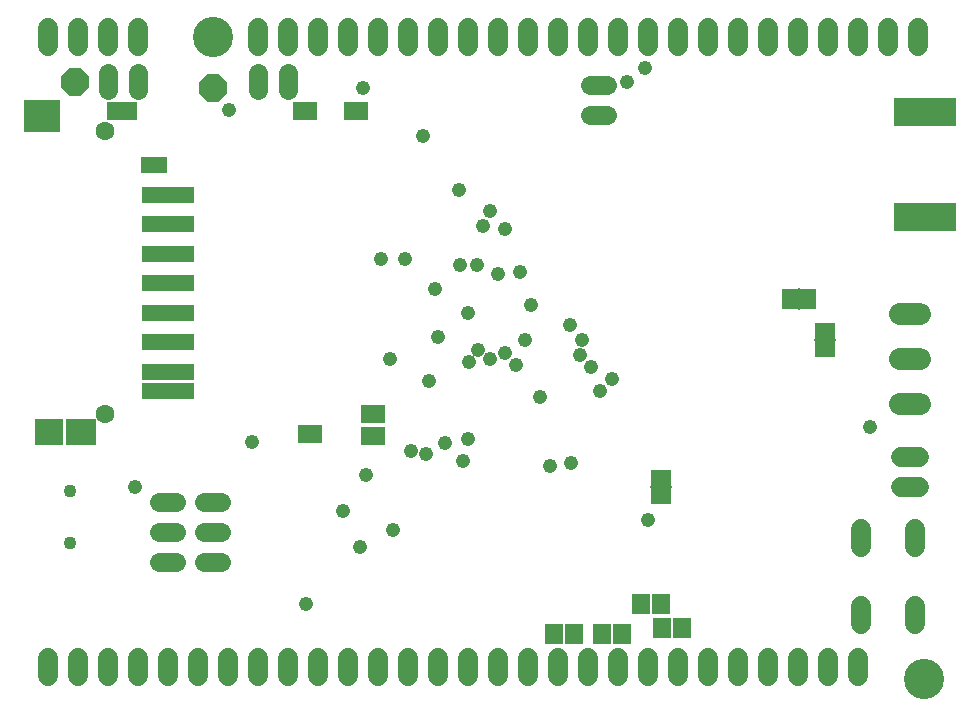
<source format=gbs>
G75*
G70*
%OFA0B0*%
%FSLAX24Y24*%
%IPPOS*%
%LPD*%
%AMOC8*
5,1,8,0,0,1.08239X$1,22.5*
%
%ADD10C,0.1340*%
%ADD11R,0.0710X0.0540*%
%ADD12R,0.0720X0.0060*%
%ADD13R,0.0540X0.0710*%
%ADD14R,0.0060X0.0720*%
%ADD15C,0.0680*%
%ADD16C,0.0640*%
%ADD17R,0.0592X0.0671*%
%ADD18C,0.0434*%
%ADD19C,0.0740*%
%ADD20R,0.2080X0.0980*%
%ADD21OC8,0.0930*%
%ADD22R,0.1773X0.0552*%
%ADD23R,0.0867X0.0552*%
%ADD24R,0.1030X0.0630*%
%ADD25R,0.1025X0.0907*%
%ADD26R,0.1222X0.1104*%
%ADD27R,0.0828X0.0592*%
%ADD28R,0.0848X0.0631*%
%ADD29R,0.0946X0.0907*%
%ADD30C,0.0631*%
%ADD31C,0.0040*%
%ADD32C,0.0476*%
D10*
X033971Y001305D03*
X010271Y022705D03*
D11*
X030671Y012905D03*
X030671Y012305D03*
X025221Y008005D03*
X025221Y007405D03*
D12*
X025221Y007705D03*
X030671Y012605D03*
D13*
X030121Y013955D03*
X029521Y013955D03*
D14*
X029821Y013955D03*
D15*
X004771Y002005D02*
X004771Y001405D01*
X005771Y001405D02*
X005771Y002005D01*
X006771Y002005D02*
X006771Y001405D01*
X007771Y001405D02*
X007771Y002005D01*
X008771Y002005D02*
X008771Y001405D01*
X009771Y001405D02*
X009771Y002005D01*
X010771Y002005D02*
X010771Y001405D01*
X011771Y001405D02*
X011771Y002005D01*
X012771Y002005D02*
X012771Y001405D01*
X013771Y001405D02*
X013771Y002005D01*
X014771Y002005D02*
X014771Y001405D01*
X015771Y001405D02*
X015771Y002005D01*
X016771Y002005D02*
X016771Y001405D01*
X017771Y001405D02*
X017771Y002005D01*
X018771Y002005D02*
X018771Y001405D01*
X019771Y001405D02*
X019771Y002005D01*
X020771Y002005D02*
X020771Y001405D01*
X021771Y001405D02*
X021771Y002005D01*
X022771Y002005D02*
X022771Y001405D01*
X023771Y001405D02*
X023771Y002005D01*
X024771Y002005D02*
X024771Y001405D01*
X025771Y001405D02*
X025771Y002005D01*
X026771Y002005D02*
X026771Y001405D01*
X027771Y001405D02*
X027771Y002005D01*
X028771Y002005D02*
X028771Y001405D01*
X029771Y001405D02*
X029771Y002005D01*
X030771Y002005D02*
X030771Y001405D01*
X031771Y001405D02*
X031771Y002005D01*
X031881Y003125D02*
X031881Y003725D01*
X033661Y003725D02*
X033661Y003125D01*
X033661Y005685D02*
X033661Y006285D01*
X031881Y006285D02*
X031881Y005685D01*
X033221Y007705D02*
X033821Y007705D01*
X033821Y008705D02*
X033221Y008705D01*
X032771Y022405D02*
X032771Y023005D01*
X033771Y023005D02*
X033771Y022405D01*
X031771Y022405D02*
X031771Y023005D01*
X030771Y023005D02*
X030771Y022405D01*
X029771Y022405D02*
X029771Y023005D01*
X028771Y023005D02*
X028771Y022405D01*
X027771Y022405D02*
X027771Y023005D01*
X026771Y023005D02*
X026771Y022405D01*
X025771Y022405D02*
X025771Y023005D01*
X024771Y023005D02*
X024771Y022405D01*
X023771Y022405D02*
X023771Y023005D01*
X022771Y023005D02*
X022771Y022405D01*
X021771Y022405D02*
X021771Y023005D01*
X020771Y023005D02*
X020771Y022405D01*
X019771Y022405D02*
X019771Y023005D01*
X018771Y023005D02*
X018771Y022405D01*
X017771Y022405D02*
X017771Y023005D01*
X016771Y023005D02*
X016771Y022405D01*
X015771Y022405D02*
X015771Y023005D01*
X014771Y023005D02*
X014771Y022405D01*
X013771Y022405D02*
X013771Y023005D01*
X012771Y023005D02*
X012771Y022405D01*
X011771Y022405D02*
X011771Y023005D01*
X007771Y023005D02*
X007771Y022405D01*
X006771Y022405D02*
X006771Y023005D01*
X005771Y023005D02*
X005771Y022405D01*
X004771Y022405D02*
X004771Y023005D01*
D16*
X006771Y021485D02*
X006771Y020925D01*
X007771Y020925D02*
X007771Y021485D01*
X011771Y021485D02*
X011771Y020925D01*
X012771Y020925D02*
X012771Y021485D01*
X022841Y021105D02*
X023401Y021105D01*
X023401Y020105D02*
X022841Y020105D01*
X010551Y007205D02*
X009991Y007205D01*
X009051Y007205D02*
X008491Y007205D01*
X008491Y006205D02*
X009051Y006205D01*
X009991Y006205D02*
X010551Y006205D01*
X010551Y005205D02*
X009991Y005205D01*
X009051Y005205D02*
X008491Y005205D01*
D17*
X021636Y002805D03*
X022305Y002805D03*
X023236Y002805D03*
X023905Y002805D03*
X025236Y003005D03*
X025905Y003005D03*
X025205Y003805D03*
X024536Y003805D03*
D18*
X005521Y005839D03*
X005521Y007571D03*
D19*
X033191Y010455D02*
X033851Y010455D01*
X033851Y011955D02*
X033191Y011955D01*
X033191Y013455D02*
X033851Y013455D01*
D20*
X034011Y016715D03*
X034011Y020195D03*
D21*
X010271Y021005D03*
X005671Y021205D03*
D22*
X008767Y017443D03*
X008767Y016459D03*
X008767Y015475D03*
X008767Y014490D03*
X008767Y013506D03*
X008767Y012522D03*
X008767Y011538D03*
X008767Y010898D03*
D23*
X008314Y018427D03*
D24*
X007244Y020233D03*
D25*
X005883Y009530D03*
D26*
X004564Y020081D03*
D27*
X013344Y020238D03*
X015056Y020238D03*
X013521Y009451D03*
D28*
X015608Y009412D03*
X015608Y010120D03*
D29*
X004800Y009530D03*
D30*
X006671Y010120D03*
X006671Y019569D03*
D31*
X006789Y019983D02*
X007694Y019983D01*
X007694Y020494D01*
X006789Y020494D01*
X006789Y019983D01*
X006789Y019991D02*
X007694Y019991D01*
X007694Y020030D02*
X006789Y020030D01*
X006789Y020068D02*
X007694Y020068D01*
X007694Y020107D02*
X006789Y020107D01*
X006789Y020145D02*
X007694Y020145D01*
X007694Y020184D02*
X006789Y020184D01*
X006789Y020222D02*
X007694Y020222D01*
X007694Y020261D02*
X006789Y020261D01*
X006789Y020299D02*
X007694Y020299D01*
X007694Y020338D02*
X006789Y020338D01*
X006789Y020377D02*
X007694Y020377D01*
X007694Y020415D02*
X006789Y020415D01*
X006789Y020454D02*
X007694Y020454D01*
X007694Y020492D02*
X006789Y020492D01*
D32*
X010821Y020255D03*
X015271Y021005D03*
X017271Y019405D03*
X018471Y017605D03*
X019521Y016905D03*
X019271Y016405D03*
X020021Y016305D03*
X019071Y015105D03*
X019771Y014805D03*
X020521Y014855D03*
X020871Y013755D03*
X022171Y013105D03*
X022571Y012585D03*
X022521Y012085D03*
X022871Y011705D03*
X023571Y011305D03*
X023171Y010905D03*
X021171Y010705D03*
X020371Y011755D03*
X020021Y012155D03*
X019521Y011955D03*
X019121Y012255D03*
X018821Y011855D03*
X017771Y012705D03*
X018771Y013505D03*
X017671Y014305D03*
X018521Y015105D03*
X016671Y015305D03*
X015871Y015305D03*
X020671Y012605D03*
X017471Y011225D03*
X016171Y011955D03*
X018771Y009305D03*
X018021Y009155D03*
X017371Y008805D03*
X016871Y008905D03*
X015371Y008105D03*
X014601Y006905D03*
X016271Y006255D03*
X015171Y005705D03*
X013371Y003805D03*
X007671Y007705D03*
X011571Y009205D03*
X018621Y008555D03*
X021521Y008405D03*
X022221Y008505D03*
X024771Y006605D03*
X032171Y009705D03*
X024071Y021205D03*
X024671Y021655D03*
M02*

</source>
